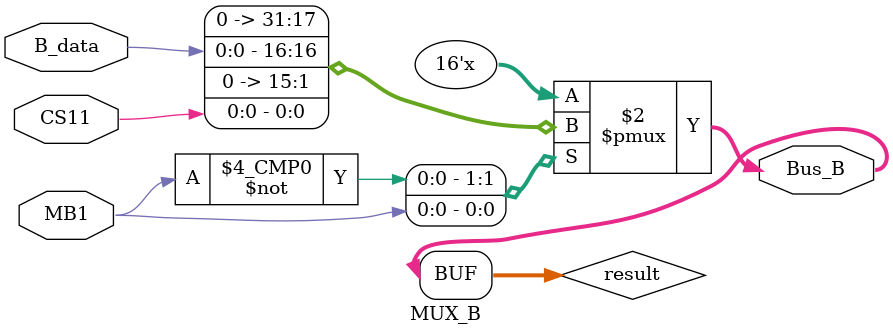
<source format=v>
`timescale 1ns / 1ps


module MUX_B(
    input B_data,
    input CS11, // constant unit
    input MB1,
    output [15:0] Bus_B

    );
    
    reg [15:0] result;
    assign Bus_B = result;

 
   always@(*)
    begin
        case (MB1)
             
        0: result = B_data;  
        1: result = CS11; 
        
        endcase
    end
    
endmodule

</source>
